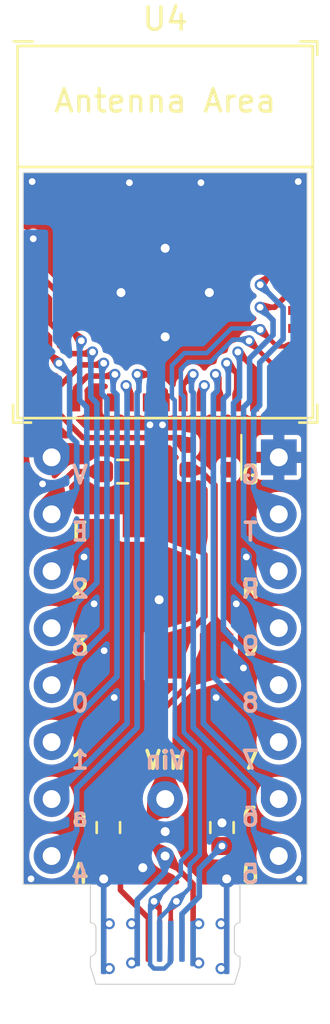
<source format=kicad_pcb>
(kicad_pcb (version 20221018) (generator pcbnew)
  (layers (0 "F.Cu" signal) (31 "B.Cu" signal) (34 "B.Paste" user) (35 "F.Paste" user) (36 "B.SilkS" user "B.Silkscreen") (37 "F.SilkS" user "F.Silkscreen") (38 "B.Mask" user) (39 "F.Mask" user) (44 "Edge.Cuts" user))
  (net 0 "")
  (net 1 "GND")
  (net 2 "D+")
  (net 3 "D-")
  (net 4 "+5V")
  (net 5 "Net-(J1-CC1)")
  (net 6 "Net-(J1-CC2)")
  (net 7 "+3.3V")
  (net 8 "IO0")
  (net 9 "IO1")
  (net 10 "IO2")
  (net 11 "IO3")
  (net 12 "IO4")
  (net 13 "IO5")
  (net 14 "IO6")
  (net 15 "IO7")
  (net 16 "IO8")
  (net 17 "IO9")
  (net 18 "IO10")
  (net 19 "RXD")
  (net 20 "TXD")
  (net 22 "EN")
  (footprint "Package_DIP:DIP-16_W10.16mm" (layer "F.Cu") (at 94.92 80.95)
    (fp_text reference "J2" hide)
    (fp_text value "Conn_02x08_Counter_Clockwise" hide)
    (pad "1" thru_hole circle (at 0 0) (size 1.6 1.6) (drill 0.8) (layers "*.Cu" "*.Mask") (net 7 "+3.3V"))
    (pad "2" thru_hole oval (at 0 2.54) (size 1.6 1.6) (drill 0.8) (layers "*.Cu" "*.Mask") (net 22 "EN"))
    (pad "3" thru_hole oval (at 0 5.08) (size 1.6 1.6) (drill 0.8) (layers "*.Cu" "*.Mask") (net 10 "IO2"))
    (pad "4" thru_hole oval (at 0 7.62) (size 1.6 1.6) (drill 0.8) (layers "*.Cu" "*.Mask") (net 11 "IO3"))
    (pad "5" thru_hole oval (at 0 10.16) (size 1.6 1.6) (drill 0.8) (layers "*.Cu" "*.Mask") (net 8 "IO0"))
    (pad "6" thru_hole oval (at 0 12.7) (size 1.6 1.6) (drill 0.8) (layers "*.Cu" "*.Mask") (net 9 "IO1"))
    (pad "7" thru_hole oval (at 0 15.24) (size 1.6 1.6) (drill 0.8) (layers "*.Cu" "*.Mask") (net 18 "IO10"))
    (pad "8" thru_hole oval (at 0 17.78) (size 1.6 1.6) (drill 0.8) (layers "*.Cu" "*.Mask") (net 12 "IO4"))
    (pad "9" thru_hole oval (at 10.16 17.78) (size 1.6 1.6) (drill 0.8) (layers "*.Cu" "*.Mask") (net 13 "IO5"))
    (pad "10" thru_hole oval (at 10.16 15.24) (size 1.6 1.6) (drill 0.8) (layers "*.Cu" "*.Mask") (net 14 "IO6"))
    (pad "11" thru_hole oval (at 10.16 12.7) (size 1.6 1.6) (drill 0.8) (layers "*.Cu" "*.Mask") (net 15 "IO7"))
    (pad "12" thru_hole oval (at 10.16 10.16) (size 1.6 1.6) (drill 0.8) (layers "*.Cu" "*.Mask") (net 16 "IO8"))
    (pad "13" thru_hole oval (at 10.16 7.62) (size 1.6 1.6) (drill 0.8) (layers "*.Cu" "*.Mask") (net 17 "IO9"))
    (pad "14" thru_hole oval (at 10.16 5.08) (size 1.6 1.6) (drill 0.8) (layers "*.Cu" "*.Mask") (net 19 "RXD"))
    (pad "15" thru_hole oval (at 10.16 2.54) (size 1.6 1.6) (drill 0.8) (layers "*.Cu" "*.Mask") (net 20 "TXD"))
    (pad "16" thru_hole rect (at 10.16 0) (size 1.6 1.6) (drill 0.8) (layers "*.Cu" "*.Mask") (net 1 "GND"))
  )
  (footprint "Library:WS2812C-2020" (layer "F.Cu") (at 101.905 80.95)
    (fp_text reference "U3" hide)
    (fp_text value "WS2812C" hide)
    (fp_line (start 1.5 -1) (end 1.5 1) (stroke (width 0.1)) (layer "F.SilkS"))
    (pad "1" smd roundrect (at 0.915 0.55) (size 0.7 0.7) (layers "F.Cu" "F.Paste" "F.Mask"))
    (pad "2" smd roundrect (at 0.915 -0.55) (size 0.7 0.7) (layers "F.Cu" "F.Paste" "F.Mask") (net 1 "GND"))
    (pad "3" smd roundrect (at -0.915 -0.55) (size 0.7 0.7) (layers "F.Cu" "F.Paste" "F.Mask") (net 8 "IO0"))
    (pad "4" smd roundrect (at -0.915 0.55) (size 0.7 0.7) (layers "F.Cu" "F.Paste" "F.Mask") (net 4 "+5V"))
  )
  (footprint "Package_TO_SOT_SMD:SOT-223-3_TabPin2" (layer "F.Cu") (at 100 86.665 90)
    (fp_text reference "U2" hide)
    (fp_text value "LM1117MP-3.3" hide)
    (pad "1" smd rect (at -3.15 -2.3 90) (size 2 1.5) (layers "F.Cu" "F.Paste" "F.Mask") (net 1 "GND"))
    (pad "2" smd rect (at -3.15 0 90) (size 2 1.5) (layers "F.Cu" "F.Paste" "F.Mask") (net 7 "+3.3V"))
    (pad "2" smd rect (at 3.15 0 90) (size 2 3.8) (layers "F.Cu" "F.Paste" "F.Mask") (net 7 "+3.3V"))
    (pad "3" smd rect (at -3.15 2.3 90) (size 2 1.5) (layers "F.Cu" "F.Paste" "F.Mask") (net 4 "+5V"))
  )
  (footprint "PCM_Espressif:ESP32-C3-MINI-1" (layer "F.Cu") (at 100 70.9)
    (fp_text reference "U4" (at 0 -9.5) (layer "F.SilkS"))
    (fp_text value "ESP32-C3-MINI-1")
    (fp_text user "Antenna Area" (at 0 -5.85) (layer "F.SilkS"))
    (fp_line (start -6.8 7.7) (end -6.8 8.5) (stroke (width 0.12)) (layer "F.SilkS"))
    (fp_line (start -6.8 8.5) (end -6 8.5) (stroke (width 0.12)) (layer "F.SilkS"))
    (fp_line (start -6.6 -8.3) (end 6.6 -8.3) (stroke (width 0.12)) (layer "F.SilkS"))
    (fp_line (start -6.6 -2.9) (end 6.6 -2.9) (stroke (width 0.12)) (layer "F.SilkS"))
    (fp_line (start -6.6 8.3) (end -6.6 -8.3) (stroke (width 0.12)) (layer "F.SilkS"))
    (fp_line (start -5.925 -8.5) (end -6.775 -8.5) (stroke (width 0.12)) (layer "F.SilkS"))
    (fp_line (start 6.05 -8.5) (end 6.8 -8.5) (stroke (width 0.12)) (layer "F.SilkS"))
    (fp_line (start 6.6 -8.3) (end 6.6 8.3) (stroke (width 0.12)) (layer "F.SilkS"))
    (fp_line (start 6.6 8.3) (end -6.6 8.3) (stroke (width 0.12)) (layer "F.SilkS"))
    (fp_line (start 6.8 -8.5) (end 6.8 -7.9) (stroke (width 0.12)) (layer "F.SilkS"))
    (fp_line (start 6.8 7.7) (end 6.8 8.5) (stroke (width 0.12)) (layer "F.SilkS"))
    (fp_line (start 6.8 8.5) (end 6 8.5) (stroke (width 0.12)) (layer "F.SilkS"))
    (pad "1" smd rect (at -5.9 -1.3 90) (size 0.4 0.8) (layers "F.Cu" "F.Paste" "F.Mask") (net 1 "GND"))
    (pad "2" smd rect (at -5.9 -0.5 90) (size 0.4 0.8) (layers "F.Cu" "F.Paste" "F.Mask") (net 1 "GND"))
    (pad "3" smd rect (at -5.9 0.3 90) (size 0.4 0.8) (layers "F.Cu" "F.Paste" "F.Mask") (net 7 "+3.3V"))
    (pad "4" smd rect (at -5.9 1.1 90) (size 0.4 0.8) (layers "F.Cu" "F.Paste" "F.Mask"))
    (pad "5" smd rect (at -5.9 1.9 90) (size 0.4 0.8) (layers "F.Cu" "F.Paste" "F.Mask") (net 10 "IO2"))
    (pad "6" smd rect (at -5.9 2.7 90) (size 0.4 0.8) (layers "F.Cu" "F.Paste" "F.Mask") (net 11 "IO3"))
    (pad "7" smd rect (at -5.9 3.5 90) (size 0.4 0.8) (layers "F.Cu" "F.Paste" "F.Mask"))
    (pad "8" smd rect (at -5.9 4.3 90) (size 0.4 0.8) (layers "F.Cu" "F.Paste" "F.Mask") (net 22 "EN"))
    (pad "9" smd rect (at -5.9 5.1 90) (size 0.4 0.8) (layers "F.Cu" "F.Paste" "F.Mask"))
    (pad "10" smd rect (at -5.9 5.9 90) (size 0.4 0.8) (layers "F.Cu" "F.Paste" "F.Mask"))
    (pad "11" smd rect (at -5.9 6.7 90) (size 0.4 0.8) (layers "F.Cu" "F.Paste" "F.Mask") (net 1 "GND"))
    (pad "12" smd rect (at -4.8 7.6) (size 0.4 0.8) (layers "F.Cu" "F.Paste" "F.Mask") (net 8 "IO0"))
    (pad "13" smd rect (at -4 7.6) (size 0.4 0.8) (layers "F.Cu" "F.Paste" "F.Mask") (net 9 "IO1"))
    (pad "14" smd rect (at -3.2 7.6) (size 0.4 0.8) (layers "F.Cu" "F.Paste" "F.Mask") (net 1 "GND"))
    (pad "15" smd rect (at -2.4 7.6) (size 0.4 0.8) (layers "F.Cu" "F.Paste" "F.Mask"))
    (pad "16" smd rect (at -1.6 7.6) (size 0.4 0.8) (layers "F.Cu" "F.Paste" "F.Mask") (net 18 "IO10"))
    (pad "17" smd rect (at -0.8 7.6) (size 0.4 0.8) (layers "F.Cu" "F.Paste" "F.Mask"))
    (pad "18" smd rect (at 0 7.6) (size 0.4 0.8) (layers "F.Cu" "F.Paste" "F.Mask") (net 12 "IO4"))
    (pad "19" smd rect (at 0.8 7.6) (size 0.4 0.8) (layers "F.Cu" "F.Paste" "F.Mask") (net 13 "IO5"))
    (pad "20" smd rect (at 1.6 7.6) (size 0.4 0.8) (layers "F.Cu" "F.Paste" "F.Mask") (net 14 "IO6"))
    (pad "21" smd rect (at 2.4 7.6) (size 0.4 0.8) (layers "F.Cu" "F.Paste" "F.Mask") (net 15 "IO7"))
    (pad "22" smd rect (at 3.2 7.6) (size 0.4 0.8) (layers "F.Cu" "F.Paste" "F.Mask") (net 16 "IO8"))
    (pad "23" smd rect (at 4 7.6) (size 0.4 0.8) (layers "F.Cu" "F.Paste" "F.Mask") (net 17 "IO9"))
    (pad "24" smd rect (at 4.8 7.6) (size 0.4 0.8) (layers "F.Cu" "F.Paste" "F.Mask"))
    (pad "25" smd rect (at 5.9 6.7 90) (size 0.4 0.8) (layers "F.Cu" "F.Paste" "F.Mask"))
    (pad "26" smd rect (at 5.9 5.9 90) (size 0.4 0.8) (layers "F.Cu" "F.Paste" "F.Mask") (net 3 "D-"))
    (pad "27" smd rect (at 5.9 5.1 90) (size 0.4 0.8) (layers "F.Cu" "F.Paste" "F.Mask") (net 2 "D+"))
    (pad "28" smd rect (at 5.9 4.3 90) (size 0.4 0.8) (layers "F.Cu" "F.Paste" "F.Mask"))
    (pad "29" smd rect (at 5.9 3.5 90) (size 0.4 0.8) (layers "F.Cu" "F.Paste" "F.Mask"))
    (pad "30" smd rect (at 5.9 2.7 90) (size 0.4 0.8) (layers "F.Cu" "F.Paste" "F.Mask") (net 19 "RXD"))
    (pad "31" smd rect (at 5.9 1.9 90) (size 0.4 0.8) (layers "F.Cu" "F.Paste" "F.Mask") (net 20 "TXD"))
    (pad "32" smd rect (at 5.9 1.1 90) (size 0.4 0.8) (layers "F.Cu" "F.Paste" "F.Mask"))
    (pad "33" smd rect (at 5.9 0.3 90) (size 0.4 0.8) (layers "F.Cu" "F.Paste" "F.Mask"))
    (pad "34" smd rect (at 5.9 -0.5 90) (size 0.4 0.8) (layers "F.Cu" "F.Paste" "F.Mask"))
    (pad "35" smd rect (at 5.9 -1.3 90) (size 0.4 0.8) (layers "F.Cu" "F.Paste" "F.Mask"))
    (pad "36" smd rect (at 4.8 -2.2) (size 0.4 0.8) (layers "F.Cu" "F.Paste" "F.Mask") (net 1 "GND"))
    (pad "37" smd rect (at 4 -2.2) (size 0.4 0.8) (layers "F.Cu" "F.Paste" "F.Mask") (net 1 "GND"))
    (pad "38" smd rect (at 3.2 -2.2) (size 0.4 0.8) (layers "F.Cu" "F.Paste" "F.Mask") (net 1 "GND"))
    (pad "39" smd rect (at 2.4 -2.2) (size 0.4 0.8) (layers "F.Cu" "F.Paste" "F.Mask") (net 1 "GND"))
    (pad "40" smd rect (at 1.6 -2.2) (size 0.4 0.8) (layers "F.Cu" "F.Paste" "F.Mask") (net 1 "GND"))
    (pad "41" smd rect (at 0.8 -2.2) (size 0.4 0.8) (layers "F.Cu" "F.Paste" "F.Mask") (net 1 "GND"))
    (pad "42" smd rect (at 0 -2.2) (size 0.4 0.8) (layers "F.Cu" "F.Paste" "F.Mask") (net 1 "GND"))
    (pad "43" smd rect (at -0.8 -2.2) (size 0.4 0.8) (layers "F.Cu" "F.Paste" "F.Mask") (net 1 "GND"))
    (pad "44" smd rect (at -1.6 -2.2) (size 0.4 0.8) (layers "F.Cu" "F.Paste" "F.Mask") (net 1 "GND"))
    (pad "45" smd rect (at -2.4 -2.2) (size 0.4 0.8) (layers "F.Cu" "F.Paste" "F.Mask") (net 1 "GND"))
    (pad "46" smd rect (at -3.2 -2.2) (size 0.4 0.8) (layers "F.Cu" "F.Paste" "F.Mask") (net 1 "GND"))
    (pad "47" smd rect (at -4 -2.2) (size 0.4 0.8) (layers "F.Cu" "F.Paste" "F.Mask") (net 1 "GND"))
    (pad "48" smd rect (at -4.8 -2.2) (size 0.4 0.8) (layers "F.Cu" "F.Paste" "F.Mask") (net 1 "GND"))
    (pad "49" smd custom (at -1.975 0.725) (size 0.8 0.8) (layers "F.Cu" "F.Paste" "F.Mask") (net 1 "GND") (options (clearance outline) (anchor rect)) (primitives (gr_poly (pts (xy 0.725 0.725) (xy -0.725 0.725) (xy -0.725 -0.125) (xy -0.125 -0.725) (xy 0.725 -0.725)) (width 0) (fill yes))))
    (pad "49" smd rect (at -1.975 2.7 90) (size 1.45 1.45) (layers "F.Cu" "F.Paste" "F.Mask") (net 1 "GND"))
    (pad "49" smd rect (at -1.975 4.675 90) (size 1.45 1.45) (layers "F.Cu" "F.Paste" "F.Mask") (net 1 "GND"))
    (pad "49" smd rect (at 0 0.725 90) (size 1.45 1.45) (layers "F.Cu" "F.Paste" "F.Mask") (net 1 "GND"))
    (pad "49" smd rect (at 0 2.7 90) (size 1.45 1.45) (layers "F.Cu" "F.Paste" "F.Mask") (net 1 "GND"))
    (pad "49" smd rect (at 0 4.675 90) (size 1.45 1.45) (layers "F.Cu" "F.Paste" "F.Mask") (net 1 "GND"))
    (pad "49" smd rect (at 1.975 0.725 90) (size 1.45 1.45) (layers "F.Cu" "F.Paste" "F.Mask") (net 1 "GND"))
    (pad "49" smd rect (at 1.975 2.7 90) (size 1.45 1.45) (layers "F.Cu" "F.Paste" "F.Mask") (net 1 "GND"))
    (pad "49" smd rect (at 1.975 4.675 90) (size 1.45 1.45) (layers "F.Cu" "F.Paste" "F.Mask") (net 1 "GND"))
    (pad "50" smd rect (at 5.95 -2.25 90) (size 0.7 0.7) (layers "F.Cu" "F.Paste" "F.Mask") (net 1 "GND"))
    (pad "51" smd rect (at 5.95 7.65 90) (size 0.7 0.7) (layers "F.Cu" "F.Paste" "F.Mask") (net 1 "GND"))
    (pad "52" smd rect (at -5.95 7.65 90) (size 0.7 0.7) (layers "F.Cu" "F.Paste" "F.Mask") (net 1 "GND"))
    (pad "53" smd rect (at -5.95 -2.25 90) (size 0.7 0.7) (layers "F.Cu" "F.Paste" "F.Mask") (net 1 "GND"))
    (zone (net 0) (net_name "") (layers "*.Cu") (name "antenna keepout") (connect_pads (clearance 0)) (min_thickness 0.254)
      (keepout (tracks not_allowed) (vias not_allowed) (pads not_allowed) (copperpour not_allowed) (footprints not_allowed))
      (fill (thermal_gap 0.508) (thermal_bridge_width 0.508))
      (polygon (pts (xy 106.6 68) (xy 93.4 68) (xy 93.4 62.6) (xy 106.6 62.6)))
    )
  )
  (footprint "Resistor_SMD:R_0603_1608Metric" (layer "F.Cu") (at 98.095 81.585 180)
    (fp_text reference "R1" hide)
    (fp_text value "10k" hide)
    (fp_line (start -0.237258 -0.5225) (end 0.237258 -0.5225) (stroke (width 0.12)) (layer "F.SilkS"))
    (fp_line (start -0.237258 0.5225) (end 0.237258 0.5225) (stroke (width 0.12)) (layer "F.SilkS"))
    (pad "1" smd roundrect (at -0.825 0 180) (size 0.8 0.95) (layers "F.Cu" "F.Paste" "F.Mask") (net 7 "+3.3V"))
    (pad "2" smd roundrect (at 0.825 0 180) (size 0.8 0.95) (layers "F.Cu" "F.Paste" "F.Mask") (net 22 "EN"))
  )
  (footprint "clipboard:0cc91ec2-0069-494b-bf66-8693916d34c6" (layer "F.Cu") (at 100.02 89.825)
    (fp_text reference "" (at 0 0) (layer "F.SilkS") (effects (font (size 1.27 1.27))))
    (fp_text value "" (at 0 0) (layer "F.SilkS") (effects (font (size 1.27 1.27))))
  )
  (footprint "Library:USB-C" (layer "F.Cu") (at 100 100 -90)
    (fp_text reference "J1" hide)
    (fp_text value "USB-C" hide)
    (fp_line (start 0 -3.345) (end 1.7 -3.345) (stroke (width 0.05)) (layer "Edge.Cuts"))
    (fp_line (start 0 3.345) (end 1.7 3.345) (stroke (width 0.05)) (layer "Edge.Cuts"))
    (fp_line (start 1.95 -3.095) (end 2.95 -3.095) (stroke (width 0.05)) (layer "Edge.Cuts"))
    (fp_line (start 1.95 3.095) (end 2.95 3.095) (stroke (width 0.05)) (layer "Edge.Cuts"))
    (fp_line (start 3.2 -3.345) (end 3.65 -3.345) (stroke (width 0.05)) (layer "Edge.Cuts"))
    (fp_line (start 3.2 3.345) (end 3.65 3.345) (stroke (width 0.05)) (layer "Edge.Cuts"))
    (fp_line (start 3.65 -3.345) (end 4.45 -3.095) (stroke (width 0.05)) (layer "Edge.Cuts"))
    (fp_line (start 3.65 3.345) (end 4.45 3.095) (stroke (width 0.05)) (layer "Edge.Cuts"))
    (fp_line (start 4.45 -3.095) (end 4.45 0) (stroke (width 0.05)) (layer "Edge.Cuts"))
    (fp_line (start 4.45 3.095) (end 4.45 0) (stroke (width 0.05)) (layer "Edge.Cuts"))
    (fp_arc (start 1.7 3.345) (mid 1.773223 3.168223) (end 1.95 3.095) (stroke (width 0.05)) (layer "Edge.Cuts"))
    (fp_arc (start 1.95 -3.095) (mid 1.773223 -3.168223) (end 1.7 -3.345) (stroke (width 0.05)) (layer "Edge.Cuts"))
    (fp_arc (start 2.95 3.095) (mid 3.126777 3.168223) (end 3.2 3.345) (stroke (width 0.05)) (layer "Edge.Cuts"))
    (fp_arc (start 3.2 -3.345) (mid 3.126777 -3.168223) (end 2.95 -3.095) (stroke (width 0.05)) (layer "Edge.Cuts"))
    (pad "1" smd roundrect (at 2.81 -2.75 270) (size 2.38 0.25) (layers "F.Cu" "F.Paste" "F.Mask") (net 1 "GND"))
    (pad "1" smd roundrect (at 2.81 -2.75 270) (size 2.38 0.25) (layers "B.Cu" "B.Paste" "B.Mask") (net 1 "GND"))
    (pad "1" smd roundrect (at 2.81 2.75 270) (size 2.38 0.25) (layers "F.Cu" "F.Paste" "F.Mask") (net 1 "GND"))
    (pad "1" smd roundrect (at 2.81 2.75 270) (size 2.38 0.25) (layers "B.Cu" "B.Paste" "B.Mask") (net 1 "GND"))
    (pad "2" smd roundrect (at 2.535 -0.25 270) (size 1.83 0.25) (layers "B.Cu" "B.Paste" "B.Mask") (net 2 "D+"))
    (pad "2" smd roundrect (at 2.535 0.25 270) (size 1.83 0.25) (layers "F.Cu" "F.Paste" "F.Mask") (net 2 "D+"))
    (pad "3" smd roundrect (at 2.535 -0.25 270) (size 1.83 0.25) (layers "F.Cu" "F.Paste" "F.Mask") (net 3 "D-"))
    (pad "3" smd roundrect (at 2.535 0.25 270) (size 1.83 0.25) (layers "B.Cu" "B.Paste" "B.Mask") (net 3 "D-"))
    (pad "4" smd roundrect (at 2.635 -1.25 270) (size 2.03 0.25) (layers "F.Cu" "F.Paste" "F.Mask") (net 4 "+5V"))
    (pad "4" smd roundrect (at 2.635 -1.25 270) (size 2.03 0.25) (layers "B.Cu" "B.Paste" "B.Mask") (net 4 "+5V"))
    (pad "4" smd roundrect (at 2.635 1.25 270) (size 2.03 0.25) (layers "F.Cu" "F.Paste" "F.Mask") (net 4 "+5V"))
    (pad "4" smd roundrect (at 2.635 1.25 270) (size 2.03 0.25) (layers "B.Cu" "B.Paste" "B.Mask") (net 4 "+5V"))
    (pad "5" smd roundrect (at 2.535 0.75 270) (size 1.83 0.25) (layers "F.Cu" "F.Paste" "F.Mask") (net 5 "Net-(J1-CC1)"))
    (pad "6" smd roundrect (at 2.535 -0.75 270) (size 1.83 0.25) (layers "B.Cu" "B.Paste" "B.Mask") (net 6 "Net-(J1-CC2)"))
  )
  (footprint "Resistor_SMD:R_0603_1608Metric" (layer "F.Cu") (at 102.54 97.46 90)
    (fp_text reference "R2" hide)
    (fp_text value "5.1k" hide)
    (fp_line (start -0.237258 -0.5225) (end 0.237258 -0.5225) (stroke (width 0.12)) (layer "F.SilkS"))
    (fp_line (start -0.237258 0.5225) (end 0.237258 0.5225) (stroke (width 0.12)) (layer "F.SilkS"))
    (pad "1" smd roundrect (at -0.825 0 90) (size 0.8 0.95) (layers "F.Cu" "F.Paste" "F.Mask") (net 6 "Net-(J1-CC2)"))
    (pad "2" smd roundrect (at 0.825 0 90) (size 0.8 0.95) (layers "F.Cu" "F.Paste" "F.Mask") (net 1 "GND"))
  )
  (footprint "Resistor_SMD:R_0603_1608Metric" (layer "F.Cu") (at 97.46 97.46 90)
    (fp_text reference "R3" hide)
    (fp_text value "5.1k" hide)
    (fp_line (start -0.237258 -0.5225) (end 0.237258 -0.5225) (stroke (width 0.12)) (layer "F.SilkS"))
    (fp_line (start -0.237258 0.5225) (end 0.237258 0.5225) (stroke (width 0.12)) (layer "F.SilkS"))
    (pad "1" smd roundrect (at -0.825 0 90) (size 0.8 0.95) (layers "F.Cu" "F.Paste" "F.Mask") (net 5 "Net-(J1-CC1)"))
    (pad "2" smd roundrect (at 0.825 0 90) (size 0.8 0.95) (layers "F.Cu" "F.Paste" "F.Mask") (net 1 "GND"))
  )
  (footprint "Connector_PinHeader_2.54mm:PinHeader_1x01_P2.54mm_Vertical" (layer "F.Cu") (at 100 96.19)
    (fp_text reference "J3" hide)
    (fp_text value "Conn_01x01_Pin" hide)
    (pad "1" thru_hole circle (at 0 0) (size 1.6 1.6) (drill 0.8) (layers "*.Cu" "*.Mask") (net 4 "+5V"))
  )
  (footprint "LOGO" (layer "B.Cu") (at 97.46 70.79 180)
    (fp_text reference "G***" hide)
    (fp_text value "LOGO" hide)
  )
  (footprint "LOGO" (layer "B.Cu") (at 102.54 70.79 180)
    (fp_text reference "G***" hide)
    (fp_text value "LOGO" hide)
  )
  (gr_line (start 93.65 100) (end 96.655 100) (stroke (width 0.05)) (layer "Edge.Cuts"))
  (gr_line (start 103.345 100) (end 106.35 100) (stroke (width 0.05)) (layer "Edge.Cuts"))
  (gr_line (start 93.65 68.25) (end 93.65 100) (stroke (width 0.05)) (layer "Edge.Cuts"))
  (gr_line (start 106.35 68.25) (end 106.35 100) (stroke (width 0.05)) (layer "Edge.Cuts"))
  (gr_line (start 93.65 68.25) (end 106.35 68.25) (stroke (width 0.05)) (layer "Edge.Cuts"))
  (gr_text "G\n\nT\n\nR\n\n9\n\n8\n\n7\n\n6\n\n5\n" (at 103.81 100) (layer "B.SilkS") (effects (font (size 0.79 0.79) (thickness 0.158) bold) (justify bottom mirror)))
  (gr_text "V\n\nE\n\n2\n\n3\n\n0\n\n1\n\na\n\n4" (at 96.19 100) (layer "B.SilkS") (effects (font (size 0.79 0.79) (thickness 0.158) bold) (justify bottom mirror)))
  (gr_text "Vin" (at 100 94.92) (layer "B.SilkS") (effects (font (size 0.79 0.79) (thickness 0.158) bold) (justify bottom mirror)))
  (gr_text "V\n\nE\n\n2\n\n3\n\n0\n\n1\n\na\n\n4" (at 96.19 100) (layer "F.SilkS") (effects (font (size 0.79 0.79) (thickness 0.158) bold) (justify bottom)))
  (gr_text "Vin" (at 100 94.92) (layer "F.SilkS") (effects (font (size 0.79 0.79) (thickness 0.158) bold) (justify bottom)))
  (gr_text "G\n\nT\n\nR\n\n9\n\n8\n\n7\n\n6\n\n5\n" (at 103.81 100) (layer "F.SilkS") (effects (font (size 0.79 0.79) (thickness 0.158) bold) (justify bottom)))
  (segment (start 97.25 99.75) (end 97.25 102.81) (width 0.25) (layer "F.Cu") (net 1))
  (segment (start 102.75 99.75) (end 102.75 100) (width 0.25) (layer "F.Cu") (net 1))
  (segment (start 102.75 102.81) (end 102.75 99.75) (width 0.25) (layer "F.Cu") (net 1))
  (via (at 97.72 91.66185) (size 0.5) (drill 0.3) (layers "F.Cu" "B.Cu") (net 1))
  (via (at 103.499164 90.342337) (size 0.5) (drill 0.3) (layers "F.Cu" "B.Cu") (net 1))
  (via (at 102.54 97.25) (size 0.8) (drill 0.4) (layers "F.Cu" "B.Cu") (net 1))
  (via (at 106 99.75) (size 0.5) (drill 0.3) (layers "F.Cu" "B.Cu") (net 1))
  (via (at 102.75 99.75) (size 0.8) (drill 0.4) (layers "F.Cu" "B.Cu") (net 1))
  (via (at 94.05 68.65) (size 0.5) (drill 0.3) (layers "F.Cu" "B.Cu") (net 1))
  (via (at 103.179193 87.482367) (size 0.5) (drill 0.3) (layers "F.Cu" "B.Cu") (net 1))
  (via (at 97.27 89.572054) (size 0.5) (drill 0.3) (layers "F.Cu" "B.Cu") (net 1))
  (via (at 97.25 99.75) (size 0.8) (drill 0.4) (layers "F.Cu" "B.Cu") (net 1))
  (via (at 100 75.575) (size 0.8) (drill 0.4) (layers "F.Cu" "B.Cu") (net 1))
  (via (at 96.370755 85.392418) (size 0.5) (drill 0.3) (layers "F.Cu" "B.Cu") (net 1))
  (via (at 98.025 73.6) (size 0.8) (drill 0.4) (layers "F.Cu" "B.Cu") (net 1))
  (via (at 102.279222 91.662396) (size 0.5) (drill 0.3) (layers "F.Cu" "B.Cu") (net 1))
  (via (at 94.516134 82.132962) (size 0.5) (drill 0.3) (layers "F.Cu" "B.Cu") (net 1))
  (via (at 103.63 85.392152) (size 0.5) (drill 0.3) (layers "F.Cu" "B.Cu") (net 1))
  (via (at 101.975 73.6) (size 0.8) (drill 0.4) (layers "F.Cu" "B.Cu") (net 1))
  (via (at 98.4 68.7) (size 0.5) (drill 0.3) (layers "F.Cu" "B.Cu") (net 1))
  (via (at 94 99.75) (size 0.5) (drill 0.3) (layers "F.Cu" "B.Cu") (net 1))
  (via (at 100 97.640003) (size 0.8) (drill 0.4) (layers "F.Cu" "B.Cu") (net 1))
  (via (at 105.95 68.65) (size 0.5) (drill 0.3) (layers "F.Cu" "B.Cu") (net 1))
  (via (at 102.5 101.75) (size 0.5) (drill 0.3) (layers "F.Cu" "B.Cu") (net 1))
  (via (at 97.5 103.75) (size 0.5) (drill 0.3) (layers "F.Cu" "B.Cu") (net 1))
  (via (at 99.88 79.5) (size 0.5) (drill 0.3) (layers "F.Cu" "B.Cu") (net 1))
  (via (at 99 99.25) (size 0.8) (drill 0.4) (layers "F.Cu" "B.Cu") (net 1))
  (via (at 97.5 101.75) (size 0.5) (drill 0.3) (layers "F.Cu" "B.Cu") (net 1))
  (via (at 100 71.625) (size 0.8) (drill 0.4) (layers "F.Cu" "B.Cu") (net 1))
  (via (at 99.32 79.5) (size 0.5) (drill 0.3) (layers "F.Cu" "B.Cu") (net 1))
  (via (at 99.73 87.3) (size 0.8) (drill 0.4) (layers "F.Cu" "B.Cu") (net 1))
  (via (at 101.6 68.7) (size 0.5) (drill 0.3) (layers "F.Cu" "B.Cu") (net 1))
  (via (at 96.82 87.481782) (size 0.5) (drill 0.3) (layers "F.Cu" "B.Cu") (net 1))
  (via (at 102.5 103.75) (size 0.5) (drill 0.3) (layers "F.Cu" "B.Cu") (net 1))
  (segment (start 97.25 102.81) (end 97.25 100) (width 0.25) (layer "B.Cu") (net 1))
  (segment (start 97.25 100) (end 97.25 99.75) (width 0.25) (layer "B.Cu") (net 1))
  (segment (start 102.75 99.75) (end 102.75 102.81) (width 0.25) (layer "B.Cu") (net 1))
  (segment (start 105 76) (end 105.9 76) (width 0.2) (layer "F.Cu") (net 2))
  (segment (start 104.25 75.25) (end 105 76) (width 0.2) (layer "F.Cu") (net 2))
  (segment (start 99.75 101) (end 99.5 100.75) (width 0.2) (layer "F.Cu") (net 2))
  (segment (start 99.75 102.535) (end 99.75 101) (width 0.2) (layer "F.Cu") (net 2))
  (via (at 99.5 100.75) (size 0.5) (drill 0.3) (layers "F.Cu" "B.Cu") (net 2))
  (via (at 104.25 75.25) (size 0.5) (drill 0.3) (layers "F.Cu" "B.Cu") (net 2))
  (segment (start 100.856496 76.3) (end 100.3 76.856497) (width 0.2) (layer "B.Cu") (net 2))
  (segment (start 104.2 75.2) (end 102.956496 75.2) (width 0.2) (layer "B.Cu") (net 2))
  (segment (start 100.25 103.464386) (end 99.964386 103.75) (width 0.2) (layer "B.Cu") (net 2))
  (segment (start 100.7 99.55) (end 99.5 100.75) (width 0.2) (layer "B.Cu") (net 2))
  (segment (start 99.325 100.925) (end 99.5 100.75) (width 0.2) (layer "B.Cu") (net 2))
  (segment (start 100.3 78.279899) (end 100.43 78.409899) (width 0.2) (layer "B.Cu") (net 2))
  (segment (start 100.25 102.535) (end 100.25 103.464386) (width 0.2) (layer "B.Cu") (net 2))
  (segment (start 102.956496 75.2) (end 101.856496 76.3) (width 0.2) (layer "B.Cu") (net 2))
  (segment (start 101.15 94.095686) (end 101.15 98.508274) (width 0.2) (layer "B.Cu") (net 2))
  (segment (start 100.3 76.856497) (end 100.3 78.279899) (width 0.2) (layer "B.Cu") (net 2))
  (segment (start 99.5 103.75) (end 99.325 103.575) (width 0.2) (layer "B.Cu") (net 2))
  (segment (start 99.964386 103.75) (end 99.5 103.75) (width 0.2) (layer "B.Cu") (net 2))
  (segment (start 101.856496 76.3) (end 100.856496 76.3) (width 0.2) (layer "B.Cu") (net 2))
  (segment (start 99.325 103.575) (end 99.325 100.925) (width 0.2) (layer "B.Cu") (net 2))
  (segment (start 100.43 78.409899) (end 100.43 93.375686) (width 0.2) (layer "B.Cu") (net 2))
  (segment (start 104.25 75.25) (end 104.2 75.2) (width 0.2) (layer "B.Cu") (net 2))
  (segment (start 100.43 93.375686) (end 101.15 94.095686) (width 0.2) (layer "B.Cu") (net 2))
  (segment (start 101.15 98.508274) (end 100.7 98.958275) (width 0.2) (layer "B.Cu") (net 2))
  (segment (start 100.7 98.958275) (end 100.7 99.55) (width 0.2) (layer "B.Cu") (net 2))
  (segment (start 105.9 76.8) (end 104.8 76.8) (width 0.2) (layer "F.Cu") (net 3))
  (segment (start 104.8 76.8) (end 103.75 75.75) (width 0.2) (layer "F.Cu") (net 3))
  (segment (start 100.25 102.535) (end 100.25 101) (width 0.2) (layer "F.Cu") (net 3))
  (segment (start 100.25 101) (end 100.5 100.75) (width 0.2) (layer "F.Cu") (net 3))
  (via (at 103.75 75.75) (size 0.5) (drill 0.3) (layers "F.Cu" "B.Cu") (net 3))
  (via (at 100.5 100.75) (size 0.5) (drill 0.3) (layers "F.Cu" "B.Cu") (net 3))
  (segment (start 100.7 78.114213) (end 100.83 78.244214) (width 0.2) (layer "B.Cu") (net 3))
  (segment (start 103.7 75.7) (end 103.022182 75.7) (width 0.2) (layer "B.Cu") (net 3))
  (segment (start 101.022182 76.7) (end 100.7 77.022182) (width 0.2) (layer "B.Cu") (net 3))
  (segment (start 101.1 99.12396) (end 101.1 100.15) (width 0.2) (layer "B.Cu") (net 3))
  (segment (start 100.83 78.244214) (end 100.83 93.21) (width 0.2) (layer "B.Cu") (net 3))
  (segment (start 101.55 98.67396) (end 101.1 99.12396) (width 0.2) (layer "B.Cu") (net 3))
  (segment (start 103.022182 75.7) (end 102.022182 76.7) (width 0.2) (layer "B.Cu") (net 3))
  (segment (start 101.1 100.15) (end 100.5 100.75) (width 0.2) (layer "B.Cu") (net 3))
  (segment (start 99.75 101.5) (end 100.5 100.75) (width 0.2) (layer "B.Cu") (net 3))
  (segment (start 103.75 75.75) (end 103.7 75.7) (width 0.2) (layer "B.Cu") (net 3))
  (segment (start 100.7 77.022182) (end 100.7 78.114213) (width 0.2) (layer "B.Cu") (net 3))
  (segment (start 100.83 93.21) (end 101.55 93.930001) (width 0.2) (layer "B.Cu") (net 3))
  (segment (start 101.55 93.930001) (end 101.55 98.67396) (width 0.2) (layer "B.Cu") (net 3))
  (segment (start 99.75 102.535) (end 99.75 101.5) (width 0.2) (layer "B.Cu") (net 3))
  (segment (start 102.022182 76.7) (end 101.022182 76.7) (width 0.2) (layer "B.Cu") (net 3))
  (segment (start 102.3 89.815) (end 102.225 89.74) (width 0.25) (layer "F.Cu") (net 4))
  (segment (start 99.275 96.975) (end 100 96.25) (width 0.25) (layer "F.Cu") (net 4))
  (segment (start 100 98.73) (end 101.25 99.98) (width 0.25) (layer "F.Cu") (net 4))
  (segment (start 102.225 89.74) (end 102.225 82.19) (width 0.25) (layer "F.Cu") (net 4))
  (segment (start 100 96.25) (end 100 92.115) (width 0.25) (layer "F.Cu") (net 4))
  (segment (start 102.225 89.89) (end 102.3 89.815) (width 0.25) (layer "F.Cu") (net 4))
  (segment (start 101.535 81.5) (end 100.99 81.5) (width 0.25) (layer "F.Cu") (net 4))
  (segment (start 102.225 82.19) (end 101.535 81.5) (width 0.25) (layer "F.Cu") (net 4))
  (segment (start 101.25 99.98) (end 101.25 102.635) (width 0.25) (layer "F.Cu") (net 4))
  (segment (start 100 92.115) (end 102.3 89.815) (width 0.25) (layer "F.Cu") (net 4))
  (segment (start 100 98.73) (end 99.275 98.005) (width 0.25) (layer "F.Cu") (net 4))
  (segment (start 99.275 98.005) (end 99.275 96.975) (width 0.25) (layer "F.Cu") (net 4))
  (via (at 101.5 101.75) (size 0.5) (drill 0.3) (layers "F.Cu" "B.Cu") (net 4))
  (via (at 100 98.73) (size 0.8) (drill 0.4) (layers "F.Cu" "B.Cu") (net 4))
  (via (at 101.5 103.5) (size 0.5) (drill 0.3) (layers "F.Cu" "B.Cu") (net 4))
  (via (at 98.5 103.5) (size 0.5) (drill 0.3) (layers "F.Cu" "B.Cu") (net 4))
  (via (at 98.5 101.75) (size 0.5) (drill 0.3) (layers "F.Cu" "B.Cu") (net 4))
  (segment (start 100 98.73) (end 100 99.436827) (width 0.25) (layer "B.Cu") (net 4))
  (segment (start 98.75 100.686827) (end 98.75 102.635) (width 0.25) (layer "B.Cu") (net 4))
  (segment (start 100 99.436827) (end 98.75 100.686827) (width 0.25) (layer "B.Cu") (net 4))
  (segment (start 98 98.825) (end 97.46 98.285) (width 0.25) (layer "F.Cu") (net 5))
  (segment (start 98 100.25) (end 98 98.825) (width 0.25) (layer "F.Cu") (net 5))
  (segment (start 99.25 102.535) (end 99.25 101.5) (width 0.25) (layer "F.Cu") (net 5))
  (segment (start 99.25 101.5) (end 98 100.25) (width 0.25) (layer "F.Cu") (net 5))
  (via (at 102.54 98.285) (size 0.5) (drill 0.3) (layers "F.Cu" "B.Cu") (net 6))
  (segment (start 102.54 98.285) (end 101.525 99.3) (width 0.25) (layer "B.Cu") (net 6))
  (segment (start 100.75 101.313173) (end 100.75 102.535) (width 0.25) (layer "B.Cu") (net 6))
  (segment (start 101.525 99.3) (end 101.525 100.538173) (width 0.25) (layer "B.Cu") (net 6))
  (segment (start 101.525 100.538173) (end 100.75 101.313173) (width 0.25) (layer "B.Cu") (net 6))
  (segment (start 101.775 85.29) (end 100 83.515) (width 0.25) (layer "F.Cu") (net 7))
  (segment (start 101.775 88.04) (end 101.775 85.29) (width 0.25) (layer "F.Cu") (net 7))
  (segment (start 100 89.815) (end 101.775 88.04) (width 0.25) (layer "F.Cu") (net 7))
  (via (at 94.1 71.2) (size 0.5) (drill 0.3) (layers "F.Cu" "B.Cu") (net 7))
  (segment (start 97.175 76.825) (end 96.225 76.825) (width 0.25) (layer "F.Cu") (net 8))
  (segment (start 97.25 76.75) (end 97.175 76.825) (width 0.25) (layer "F.Cu") (net 8))
  (segment (start 100.665 80.075) (end 96.325 80.075) (width 0.25) (layer "F.Cu") (net 8))
  (segment (start 96.225 76.825) (end 95.2 77.85) (width 0.25) (layer "F.Cu") (net 8))
  (segment (start 96.325 80.075) (end 95.2 78.95) (width 0.25) (layer "F.Cu") (net 8))
  (segment (start 95.2 77.85) (end 95.2 78.5) (width 0.25) (layer "F.Cu") (net 8))
  (segment (start 100.99 80.4) (end 100.665 80.075) (width 0.25) (layer "F.Cu") (net 8))
  (segment (start 95.2 78.95) (end 95.2 78.5) (width 0.25) (layer "F.Cu") (net 8))
  (via (at 97.25 76.75) (size 0.5) (drill 0.3) (layers "F.Cu" "B.Cu") (net 8))
  (segment (start 97.395 88.635) (end 94.92 91.11) (width 0.25) (layer "B.Cu") (net 8))
  (segment (start 97.175 76.825) (end 97.175 78.124569) (width 0.25) (layer "B.Cu") (net 8))
  (segment (start 97.175 78.124569) (end 97.395 78.344569) (width 0.25) (layer "B.Cu") (net 8))
  (segment (start 97.25 76.75) (end 97.175 76.825) (width 0.25) (layer "B.Cu") (net 8))
  (segment (start 97.395 78.344569) (end 97.395 88.635) (width 0.25) (layer "B.Cu") (net 8))
  (segment (start 96 77.85) (end 96.525 77.325) (width 0.25) (layer "F.Cu") (net 9))
  (segment (start 96 78.5) (end 96 77.85) (width 0.25) (layer "F.Cu") (net 9))
  (segment (start 96.525 77.325) (end 97.675 77.325) (width 0.25) (layer "F.Cu") (net 9))
  (segment (start 97.675 77.325) (end 97.75 77.25) (width 0.25) (layer "F.Cu") (net 9))
  (via (at 97.75 77.25) (size 0.5) (drill 0.3) (layers "F.Cu" "B.Cu") (net 9))
  (segment (start 97.845 90.725) (end 94.92 93.65) (width 0.25) (layer "B.Cu") (net 9))
  (segment (start 97.75 77.25) (end 97.675 77.325) (width 0.25) (layer "B.Cu") (net 9))
  (segment (start 97.845 78.158173) (end 97.845 90.725) (width 0.25) (layer "B.Cu") (net 9))
  (segment (start 97.675 77.325) (end 97.675 77.988173) (width 0.25) (layer "B.Cu") (net 9))
  (segment (start 97.675 77.988173) (end 97.845 78.158173) (width 0.25) (layer "B.Cu") (net 9))
  (segment (start 95.275 74.752207) (end 95.275 73.688604) (width 0.25) (layer "F.Cu") (net 10))
  (segment (start 95.275 73.688604) (end 94.386396 72.8) (width 0.25) (layer "F.Cu") (net 10))
  (segment (start 96.25 75.727207) (end 95.275 74.752207) (width 0.25) (layer "F.Cu") (net 10))
  (segment (start 96.25 75.75) (end 96.25 75.727207) (width 0.25) (layer "F.Cu") (net 10))
  (segment (start 94.386396 72.8) (end 94.1 72.8) (width 0.25) (layer "F.Cu") (net 10))
  (via (at 96.25 75.75) (size 0.5) (drill 0.3) (layers "F.Cu" "B.Cu") (net 10))
  (segment (start 96.495 84.455) (end 94.92 86.03) (width 0.25) (layer "B.Cu") (net 10))
  (segment (start 96.175 75.825) (end 96.175 78.397361) (width 0.25) (layer "B.Cu") (net 10))
  (segment (start 96.495 78.717361) (end 96.495 84.455) (width 0.25) (layer "B.Cu") (net 10))
  (segment (start 96.25 75.75) (end 96.175 75.825) (width 0.25) (layer "B.Cu") (net 10))
  (segment (start 96.175 78.397361) (end 96.495 78.717361) (width 0.25) (layer "B.Cu") (net 10))
  (segment (start 94.55 73.6) (end 94.1 73.6) (width 0.25) (layer "F.Cu") (net 11))
  (segment (start 94.825 74.938603) (end 94.825 73.875) (width 0.25) (layer "F.Cu") (net 11))
  (segment (start 95.275 75.388604) (end 94.825 74.938603) (width 0.25) (layer "F.Cu") (net 11))
  (segment (start 94.825 73.875) (end 94.55 73.6) (width 0.25) (layer "F.Cu") (net 11))
  (segment (start 95.638173 76.325) (end 95.275 75.961827) (width 0.25) (layer "F.Cu") (net 11))
  (segment (start 95.275 75.961827) (end 95.275 75.388604) (width 0.25) (layer "F.Cu") (net 11))
  (segment (start 96.675 76.325) (end 95.638173 76.325) (width 0.25) (layer "F.Cu") (net 11))
  (segment (start 96.75 76.25) (end 96.675 76.325) (width 0.25) (layer "F.Cu") (net 11))
  (via (at 96.75 76.25) (size 0.5) (drill 0.3) (layers "F.Cu" "B.Cu") (net 11))
  (segment (start 96.675 76.325) (end 96.675 78.260965) (width 0.25) (layer "B.Cu") (net 11))
  (segment (start 96.945 86.545) (end 94.92 88.57) (width 0.25) (layer "B.Cu") (net 11))
  (segment (start 96.675 78.260965) (end 96.945 78.530965) (width 0.25) (layer "B.Cu") (net 11))
  (segment (start 96.75 76.25) (end 96.675 76.325) (width 0.25) (layer "B.Cu") (net 11))
  (segment (start 96.945 78.530965) (end 96.945 86.545) (width 0.25) (layer "B.Cu") (net 11))
  (segment (start 99.25 77.25) (end 100 78) (width 0.25) (layer "F.Cu") (net 12))
  (segment (start 100 78) (end 100 78.5) (width 0.25) (layer "F.Cu") (net 12))
  (segment (start 98.75 77.25) (end 99.25 77.25) (width 0.25) (layer "F.Cu") (net 12))
  (via (at 98.75 77.25) (size 0.5) (drill 0.3) (layers "F.Cu" "B.Cu") (net 12))
  (segment (start 98.745 93.001396) (end 96.033693 95.712703) (width 0.25) (layer "B.Cu") (net 12))
  (segment (start 96.045 97.605) (end 94.92 98.73) (width 0.25) (layer "B.Cu") (net 12))
  (segment (start 98.825 77.325) (end 98.825 77.988173) (width 0.25) (layer "B.Cu") (net 12))
  (segment (start 98.825 77.988173) (end 98.745 78.068173) (width 0.25) (layer "B.Cu") (net 12))
  (segment (start 98.75 77.25) (end 98.825 77.325) (width 0.25) (layer "B.Cu") (net 12))
  (segment (start 96.033693 95.712703) (end 96.045 95.724009) (width 0.25) (layer "B.Cu") (net 12))
  (segment (start 98.745 78.068173) (end 98.745 93.001396) (width 0.25) (layer "B.Cu") (net 12))
  (segment (start 96.045 95.724009) (end 96.045 97.605) (width 0.25) (layer "B.Cu") (net 12))
  (segment (start 101.25 77.25) (end 100.8 77.7) (width 0.25) (layer "F.Cu") (net 13))
  (segment (start 100.8 77.7) (end 100.8 78.5) (width 0.25) (layer "F.Cu") (net 13))
  (via (at 101.25 77.25) (size 0.5) (drill 0.3) (layers "F.Cu" "B.Cu") (net 13))
  (segment (start 101.25 77.25) (end 101.175 77.325) (width 0.25) (layer "B.Cu") (net 13))
  (segment (start 103.955 95.701396) (end 103.955 97.605) (width 0.25) (layer "B.Cu") (net 13))
  (segment (start 101.255 93.001396) (end 103.955 95.701396) (width 0.25) (layer "B.Cu") (net 13))
  (segment (start 101.175 77.325) (end 101.175 77.988173) (width 0.25) (layer "B.Cu") (net 13))
  (segment (start 103.955 97.605) (end 105.08 98.73) (width 0.25) (layer "B.Cu") (net 13))
  (segment (start 101.175 77.988173) (end 101.255 78.068173) (width 0.25) (layer "B.Cu") (net 13))
  (segment (start 101.255 78.068173) (end 101.255 93.001396) (width 0.25) (layer "B.Cu") (net 13))
  (segment (start 101.75 77.75) (end 101.6 77.9) (width 0.25) (layer "F.Cu") (net 14))
  (segment (start 101.6 77.9) (end 101.6 78.5) (width 0.25) (layer "F.Cu") (net 14))
  (via (at 101.75 77.75) (size 0.5) (drill 0.3) (layers "F.Cu" "B.Cu") (net 14))
  (segment (start 101.75 77.75) (end 101.705 77.795) (width 0.25) (layer "B.Cu") (net 14))
  (segment (start 101.705 77.795) (end 101.705 92.815) (width 0.25) (layer "B.Cu") (net 14))
  (segment (start 101.705 92.815) (end 105.08 96.19) (width 0.25) (layer "B.Cu") (net 14))
  (segment (start 102.4 77.4) (end 102.4 78.5) (width 0.25) (layer "F.Cu") (net 15))
  (segment (start 102.25 77.25) (end 102.4 77.4) (width 0.25) (layer "F.Cu") (net 15))
  (via (at 102.25 77.25) (size 0.5) (drill 0.3) (layers "F.Cu" "B.Cu") (net 15))
  (segment (start 102.155 78.158173) (end 102.155 90.725) (width 0.25) (layer "B.Cu") (net 15))
  (segment (start 102.325 77.988173) (end 102.155 78.158173) (width 0.25) (layer "B.Cu") (net 15))
  (segment (start 102.25 77.25) (end 102.325 77.325) (width 0.25) (layer "B.Cu") (net 15))
  (segment (start 102.155 90.725) (end 105.08 93.65) (width 0.25) (layer "B.Cu") (net 15))
  (segment (start 102.325 77.325) (end 102.325 77.988173) (width 0.25) (layer "B.Cu") (net 15))
  (segment (start 103.2 77.2) (end 103.2 78.5) (width 0.25) (layer "F.Cu") (net 16))
  (segment (start 102.75 76.75) (end 103.2 77.2) (width 0.25) (layer "F.Cu") (net 16))
  (via (at 102.75 76.75) (size 0.5) (drill 0.3) (layers "F.Cu" "B.Cu") (net 16))
  (segment (start 102.825 76.825) (end 102.825 78.124569) (width 0.25) (layer "B.Cu") (net 16))
  (segment (start 102.825 78.124569) (end 102.605 78.344569) (width 0.25) (layer "B.Cu") (net 16))
  (segment (start 102.75 76.75) (end 102.825 76.825) (width 0.25) (layer "B.Cu") (net 16))
  (segment (start 102.605 78.344569) (end 102.605 88.635) (width 0.25) (layer "B.Cu") (net 16))
  (segment (start 102.605 88.635) (end 105.08 91.11) (width 0.25) (layer "B.Cu") (net 16))
  (segment (start 103.25 76.25) (end 104 77) (width 0.25) (layer "F.Cu") (net 17))
  (segment (start 104 77) (end 104 78.5) (width 0.25) (layer "F.Cu") (net 17))
  (via (at 103.25 76.25) (size 0.5) (drill 0.3) (layers "F.Cu" "B.Cu") (net 17))
  (segment (start 103.25 76.25) (end 103.325 76.325) (width 0.25) (layer "B.Cu") (net 17))
  (segment (start 103.055 78.530965) (end 103.055 86.545) (width 0.25) (layer "B.Cu") (net 17))
  (segment (start 103.325 78.260965) (end 103.055 78.530965) (width 0.25) (layer "B.Cu") (net 17))
  (segment (start 103.055 86.545) (end 105.08 88.57) (width 0.25) (layer "B.Cu") (net 17))
  (segment (start 103.325 76.325) (end 103.325 78.260965) (width 0.25) (layer "B.Cu") (net 17))
  (segment (start 98.4 78.5) (end 98.4 77.9) (width 0.25) (layer "F.Cu") (net 18))
  (segment (start 98.4 77.9) (end 98.25 77.75) (width 0.25) (layer "F.Cu") (net 18))
  (via (at 98.25 77.75) (size 0.5) (drill 0.3) (layers "F.Cu" "B.Cu") (net 18))
  (segment (start 98.295 77.795) (end 98.25 77.75) (width 0.25) (layer "B.Cu") (net 18))
  (segment (start 94.92 96.19) (end 98.295 92.815) (width 0.25) (layer "B.Cu") (net 18))
  (segment (start 98.295 92.815) (end 98.295 77.795) (width 0.25) (layer "B.Cu") (net 18))
  (segment (start 104.894975 74.255024) (end 105.549999 73.6) (width 0.25) (layer "F.Cu") (net 19))
  (segment (start 105.549999 73.6) (end 105.9 73.6) (width 0.25) (layer "F.Cu") (net 19))
  (segment (start 104.244976 74.255024) (end 104.894975 74.255024) (width 0.25) (layer "F.Cu") (net 19))
  (via (at 104.244976 74.255024) (size 0.5) (drill 0.3) (layers "F.Cu" "B.Cu") (net 19))
  (segment (start 103.505 84.455) (end 105.08 86.03) (width 0.25) (layer "B.Cu") (net 19))
  (segment (start 103.775 76.538173) (end 103.775 78.447361) (width 0.25) (layer "B.Cu") (net 19))
  (segment (start 103.775 78.447361) (end 103.505 78.717361) (width 0.25) (layer "B.Cu") (net 19))
  (segment (start 103.505 78.717361) (end 103.505 84.455) (width 0.25) (layer "B.Cu") (net 19))
  (segment (start 104.825 74.835048) (end 104.825 75.488173) (width 0.25) (layer "B.Cu") (net 19))
  (segment (start 104.825 75.488173) (end 103.775 76.538173) (width 0.25) (layer "B.Cu") (net 19))
  (segment (start 104.244976 74.255024) (end 104.825 74.835048) (width 0.25) (layer "B.Cu") (net 19))
  (segment (start 104.7 72.8) (end 105.9 72.8) (width 0.25) (layer "F.Cu") (net 20))
  (segment (start 104.25 73.25) (end 104.7 72.8) (width 0.25) (layer "F.Cu") (net 20))
  (via (at 104.25 73.25) (size 0.5) (drill 0.3) (layers "F.Cu" "B.Cu") (net 20))
  (segment (start 105.275 75.674569) (end 104.225 76.724569) (width 0.25) (layer "B.Cu") (net 20))
  (segment (start 103.955 82.365) (end 105.08 83.49) (width 0.25) (layer "B.Cu") (net 20))
  (segment (start 104.225 78.633757) (end 103.955 78.903757) (width 0.25) (layer "B.Cu") (net 20))
  (segment (start 104.225 76.724569) (end 104.225 78.633757) (width 0.25) (layer "B.Cu") (net 20))
  (segment (start 104.25 73.25) (end 105.275 74.275) (width 0.25) (layer "B.Cu") (net 20))
  (segment (start 103.955 78.903757) (end 103.955 82.365) (width 0.25) (layer "B.Cu") (net 20))
  (segment (start 105.275 74.275) (end 105.275 75.674569) (width 0.25) (layer "B.Cu") (net 20))
  (segment (start 95.875991 81.585) (end 94.92 82.540991) (width 0.25) (layer "F.Cu") (net 22))
  (segment (start 94.825 75.575) (end 94.45 75.2) (width 0.25) (layer "F.Cu") (net 22))
  (segment (start 95.25 76.75) (end 94.825 76.325) (width 0.25) (layer "F.Cu") (net 22))
  (segment (start 97.27 81.585) (end 95.875991 81.585) (width 0.25) (layer "F.Cu") (net 22))
  (segment (start 94.92 82.540991) (end 94.92 83.49) (width 0.25) (layer "F.Cu") (net 22))
  (segment (start 94.45 75.2) (end 94.1 75.2) (width 0.25) (layer "F.Cu") (net 22))
  (segment (start 94.825 76.325) (end 94.825 75.575) (width 0.25) (layer "F.Cu") (net 22))
  (via (at 95.25 76.75) (size 0.5) (drill 0.3) (layers "F.Cu" "B.Cu") (net 22))
  (segment (start 95.725 79.975) (end 95.725 77.225) (width 0.25) (layer "B.Cu") (net 22))
  (segment (start 96.045 82.365) (end 94.92 83.49) (width 0.25) (layer "B.Cu") (net 22))
  (segment (start 95.725 77.225) (end 95.25 76.75) (width 0.25) (layer "B.Cu") (net 22))
  (segment (start 96.045 80.295) (end 96.045 82.365) (width 0.25) (layer "B.Cu") (net 22))
  (segment (start 95.75 80) (end 95.725 79.975) (width 0.25) (layer "B.Cu") (net 22))
  (segment (start 95.75 80) (end 96.045 80.295) (width 0.25) (layer "B.Cu") (net 22))
  (zone (net 1) (net_name "GND") (layer "F.Cu") (connect_pads thru_hole_only (clearance 0.2)) (min_thickness 0.25) (fill yes (thermal_gap 0.2) (thermal_bridge_width 0.5))
    (polygon (pts (xy 93.5 68.25) (xy 106.5 68.25) (xy 106.5 100) (xy 93.5 100)))
  )
  (zone (net 7) (net_name "+3.3V") (layer "F.Cu") (priority 2) (connect_pads yes (clearance 0.2)) (min_thickness 0.25) (fill yes (thermal_gap 0.2) (thermal_bridge_width 0.25))
    (polygon (pts (xy 94.92 80.315) (xy 100.635 80.315) (xy 102.54 82.22) (xy 102.54 83.49) (xy 94.92 83.49)))
  )
  (zone (net 7) (net_name "+3.3V") (layer "B.Cu") (priority 3) (connect_pads yes (clearance 0.2)) (min_thickness 0.25) (fill yes (thermal_gap 0.2) (thermal_bridge_width 0.25))
    (polygon (pts (xy 93.5 80.95) (xy 96.04 80.95) (xy 96.04 77.14) (xy 94.77 75.87) (xy 94.77 70.79) (xy 93.5 70.79)))
  )
  (zone (net 1) (net_name "GND") (layer "B.Cu") (priority 1) (connect_pads thru_hole_only (clearance 0.2)) (min_thickness 0.25) (fill yes (thermal_gap 0.2) (thermal_bridge_width 0.5))
    (polygon (pts (xy 93.5 68.25) (xy 106.5 68.25) (xy 106.5 100) (xy 93.5 100)))
  )
)
</source>
